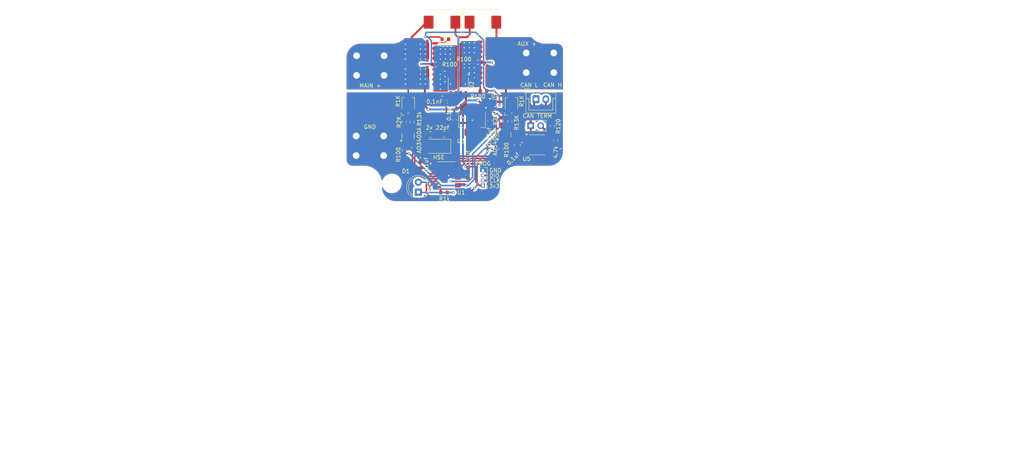
<source format=kicad_pcb>
(kicad_pcb (version 20241229) (generator "pcbnew") (generator_version "9.0")
  (title_block (date "2025-06-17") (rev "01"))
  (layers (0 "F.Cu" signal) (2 "B.Cu" signal) (13 "F.Paste" user) (15 "B.Paste" user) (5 "F.SilkS" user "F.Silkscreen") (7 "B.SilkS" user "B.Silkscreen") (1 "F.Mask" user) (3 "B.Mask" user) (25 "Edge.Cuts" user))
  (net 0 "")
  (net 1 "+5V")
  (net 2 "GND")
  (net 3 "RSS_OSC_IN")
  (net 4 "RSS_OSC_OUT")
  (net 5 "+3V3")
  (net 6 "12V_AUX")
  (net 7 "12V_MAIN")
  (net 8 "CAN_1_H")
  (net 9 "CAN_1_L")
  (net 10 "Net-(JP1-B)")
  (net 11 "Net-(Q1-G)")
  (net 12 "Net-(Q1-D)")
  (net 13 "Net-(Q2-G)")
  (net 14 "Net-(Q2-D)")
  (net 15 "IP-")
  (net 16 "Net-(Q3-PadG)")
  (net 17 "Net-(Q4-PadG)")
  (net 18 "Net-(Q5-PadG)")
  (net 19 "IP+")
  (net 20 "Net-(Q6-PadG)")
  (net 21 "Net-(U5-Rs)")
  (net 22 "MOS_TRIG")
  (net 23 "VDIV_EN")
  (net 24 "MAIN_VDIV_SENSE")
  (net 25 "Net-(R8-Pad2)")
  (net 26 "Net-(R11-Pad2)")
  (net 27 "AUX_VDIV_SENSE")
  (net 30 "SWCLK")
  (net 31 "SWDIO")
  (net 34 "LEDA")
  (net 36 "Net-(D1-KA)")
  (net 38 "CSENSE")
  (net 40 "CAN1_TX")
  (net 41 "CAN1_RX")
  (net 42 "Net-(U2-FILTER)")
  (net 43 "MOS_TRIG_SIG")
  (net 44 "LEDB")
  (footprint "Package_TO_SOT_SMD:SOT-23" (layer "F.Cu") (at 148.085 98.7275 90)
    (property "Reference" "Q2" (hide yes))
    (property "Value" "AO3400A")
  )
  (footprint "Capacitor_SMD:C_0603_1608Metric" (layer "F.Cu") (at 126.68 106.425 90)
    (property "Reference" "C9" (hide yes))
    (property "Value" "0.1uf")
  )
  (footprint "Diode_SMD:D_SMC" (layer "F.Cu") (at 142.54 70.11)
    (property "Reference" "D4" (hide yes))
    (property "Value" "3.0SMCJ20A-13")
  )
  (footprint "Resistor_SMD:R_0603_1608Metric" (layer "F.Cu") (at 149.41 95.31 -90)
    (property "Reference" "R11" (hide yes))
    (property "Value" "R13K")
  )
  (footprint "AAA_OFFICE_PC_CUSTOM_CRAP:SAMZO 8060500M4" (layer "F.Cu") (at 157.06 80.44 -90)
    (property "Reference" "TP3" (hide yes))
    (property "Value" "AUX +")
  )
  (footprint "Resistor_SMD:R_0603_1608Metric" (layer "F.Cu") (at 132.99 74.43)
    (property "Reference" "R4" (hide yes))
    (property "Value" "R100")
  )
  (footprint "Resistor_SMD:R_0603_1608Metric" (layer "F.Cu") (at 122.56 102.69 90)
    (property "Reference" "R7" (hide yes))
    (property "Value" "R100")
  )
  (footprint "Resistor_SMD:R_0603_1608Metric" (layer "F.Cu") (at 147.085 102.365 90)
    (property "Reference" "R10" (hide yes))
    (property "Value" "R100")
  )
  (footprint "Connector_PinHeader_1.27mm:PinHeader_1x04_P1.27mm_Vertical" (layer "F.Cu") (at 142.52 111.62 180)
    (property "Reference" "J3" (hide yes))
    (property "Value" "PROG")
  )
  (footprint "Package_SO:SOIC-8_3.9x4.9mm_P1.27mm" (layer "F.Cu") (at 136.292 86.114 -90)
    (property "Reference" "U2")
    (property "Value" "ACS724xLCTR-30AB" (hide yes))
  )
  (footprint "Potentiometer_SMD:Potentiometer_Bourns_TC33X_Vertical" (layer "F.Cu") (at 149.82 91.18 90)
    (property "Reference" "RV2" (hide yes))
    (property "Value" "R1K")
  )
  (footprint "Capacitor_SMD:C_0805_2012Metric" (layer "F.Cu") (at 151.3 101.28 90)
    (property "Reference" "C1" (hide yes))
    (property "Value" "0.1uf")
  )
  (footprint "Capacitor_SMD:C_0805_2012Metric" (layer "F.Cu") (at 132.735 98.640002)
    (property "Reference" "C5" (hide yes))
    (property "Value" "2x 22pf" (hide yes))
  )
  (footprint "AAA_OFFICE_PC_CUSTOM_CRAP:DMTH4008LPS-13(DI5060-8)" (layer "F.Cu") (at 128.89 84.014999 90)
    (property "Reference" "Q5" (hide yes))
    (property "Value" "DMTH4008LPS-13" (hide yes))
  )
  (footprint "Package_SO:SOIC-8_3.9x4.9mm_P1.27mm" (layer "F.Cu") (at 156.34 101.31)
    (property "Reference" "U5")
    (property "Value" "MCP2551-I-SN" (hide yes))
  )
  (footprint "Connector_JST:JST_XH_B2B-XH-A_1x02_P2.50mm_Vertical" (layer "F.Cu") (at 156.03 89.71)
    (property "Reference" "J23" (hide yes))
    (property "Value" "CAN 1" (hide yes))
  )
  (footprint "AAA_OFFICE_PC_CUSTOM_CRAP:DMTH4008LPS-13(DI5060-8)" (layer "F.Cu") (at 128.890002 77.395 90)
    (property "Reference" "Q6" (hide yes))
    (property "Value" "DMTH4008LPS-13" (hide yes))
  )
  (footprint "Capacitor_SMD:C_0603_1608Metric" (layer "F.Cu") (at 144.328 95.119 -90)
    (property "Reference" "C10" (hide yes))
    (property "Value" "0.33uf")
  )
  (footprint "AAA_OFFICE_PC_CUSTOM_CRAP:SAMZO 8060500M4" (layer "F.Cu") (at 113.91 81.14 90)
    (property "Reference" "TP1" (hide yes))
    (property "Value" "MAIN +")
  )
  (footprint "Resistor_SMD:R_0603_1608Metric" (layer "F.Cu") (at 161.04 100.175 90)
    (property "Reference" "R1" (hide yes))
    (property "Value" "4.7k")
  )
  (footprint "Resistor_SMD:R_0603_1608Metric" (layer "F.Cu") (at 132.635 113.42 180)
    (property "Reference" "R13" (hide yes))
    (property "Value" "R1k")
  )
  (footprint "AAA_OFFICE_PC_CUSTOM_CRAP:SAMZO 8060500M4" (layer "F.Cu") (at 113.81 101.54 -90)
    (property "Reference" "TP4" (hide yes))
    (property "Value" "GND")
  )
  (footprint "LED_THT:LED_D5.0mm" (layer "F.Cu") (at 126.13 113.34 90)
    (property "Reference" "D1")
    (property "Value" "LED_Dual_Bidirectional" (hide yes))
  )
  (footprint "Resistor_SMD:R_0603_1608Metric" (layer "F.Cu") (at 130.577502 80.88)
    (property "Reference" "R3" (hide yes))
    (property "Value" "R100")
  )
  (footprint "Capacitor_SMD:C_0805_2012Metric" (layer "F.Cu") (at 129.185001 98.640002 180)
    (property "Reference" "C6" (hide yes))
    (property "Value" "2x 22pf")
  )
  (footprint "Connector_PinHeader_2.54mm:PinHeader_1x02_P2.54mm_Vertical" (layer "F.Cu") (at 154.69 96.42 90)
    (property "Reference" "JP1" (hide yes))
    (property "Value" "CAN TERM")
  )
  (footprint "Resistor_SMD:R_0603_1608Metric" (layer "F.Cu") (at 124.56 95.515 90)
    (property "Reference" "R8" (hide yes))
    (property "Value" "R13k")
  )
  (footprint "Resistor_SMD:R_0603_1608Metric" (layer "F.Cu") (at 141.245003 80.310001 180)
    (property "Reference" "R5" (hide yes))
    (property "Value" "R100")
  )
  (footprint "Capacitor_SMD:C_0402_1005Metric" (layer "F.Cu") (at 133.42 90.32 180)
    (property "Reference" "C15" (hide yes))
    (property "Value" "0.1nF")
  )
  (footprint "Potentiometer_SMD:Potentiometer_Bourns_TC33X_Vertical" (layer "F.Cu") (at 123.56 91.14 90)
    (property "Reference" "RV1" (hide yes))
    (property "Value" "R1K")
  )
  (footprint "Diode_SMD:D_SMC" (layer "F.Cu") (at 132.13 70.12 180)
    (property "Reference" "D3" (hide yes))
    (property "Value" "3.0SMCJ20A-13" (hide yes))
  )
  (footprint "AAA_OFFICE_PC_CUSTOM_CRAP:DMTH4008LPS-13(DI5060-8)" (layer "F.Cu") (at 143.165 83.615001 -90)
    (property "Reference" "Q4" (hide yes))
    (property "Value" "DMTH4008LPS-13" (hide yes))
  )
  (footprint "Resistor_SMD:R_0603_1608Metric" (layer "F.Cu") (at 147.13 95.19 90)
    (property "Reference" "R12" (hide yes))
    (property "Value" "R2K")
  )
  (footprint "Capacitor_SMD:C_0603_1608Metric" (layer "F.Cu") (at 138.73 108.995 -90)
    (property "Reference" "C14" (hide yes))
    (property "Value" "0.1uf")
  )
  (footprint "Package_TO_SOT_SMD:SOT-23" (layer "F.Cu") (at 123.51 99.065 90)
    (property "Reference" "Q1" (hide yes))
    (property "Value" "AO3400A")
  )
  (footprint "Resistor_SMD:R_0603_1608Metric" (layer "F.Cu") (at 142.685 87.615 180)
    (property "Reference" "R6" (hide yes))
    (property "Value" "R100")
  )
  (footprint "Package_TO_SOT_SMD:SOT-223-3_TabPin2" (layer "F.Cu") (at 139.768 95.004 -90)
    (property "Reference" "U3")
    (property "Value" "UA78M33QDCYRQ1" (hide yes))
  )
  (footprint "AAA_OFFICE_PC_CUSTOM_CRAP:DMTH4008LPS-13(DI5060-8)" (layer "F.Cu") (at 143.165 76.995002 -90)
    (property "Reference" "Q3" (hide yes))
    (property "Value" "DMTH4008LPS-13" (hide yes))
  )
  (footprint "Resistor_SMD:R_0603_1608Metric" (layer "F.Cu") (at 160.27 96.555 90)
    (property "Reference" "R2" (hide yes))
    (property "Value" "R120")
  )
  (footprint "Package_TO_SOT_SMD:SOT-23-5" (layer "F.Cu") (at 145.65 91.3)
    (property "Reference" "U4")
    (property "Value" "UCC27517DBVR" (hide yes))
  )
  (footprint "Resistor_SMD:R_0603_1608Metric" (layer "F.Cu") (at 122.51 95.49 90)
    (property "Reference" "R9" (hide yes))
    (property "Value" "R2K")
  )
  (footprint "Crystal:Crystal_SMD_5032-2Pin_5.0x3.2mm" (layer "F.Cu") (at 131.335001 101.665002 180)
    (property "Reference" "Y2" (hide yes))
    (property "Value" "HSE")
  )
  (footprint "Capacitor_SMD:C_0603_1608Metric" (layer "F.Cu") (at 135.276 94.957 -90)
    (property "Reference" "C11" (hide yes))
    (property "Value" "0.1uf")
  )
  (footprint "Package_SO:TSSOP-20_4.4x6.5mm_P0.65mm" (layer "F.Cu") (at 133.3125 108.985)
    (property "Reference" "U1")
    (property "Value" "STM32F042F6Px" (hide yes))
  )
  (gr_arc (start 158.381569 75.111557) (mid 155.553142 73.939984) (end 154.381569 71.111557) (stroke (width 0.000003)) (layer "Edge.Cuts"))
  (gr_arc (start 161.381576 75.111557) (mid 162.795788 75.697343) (end 163.381574 77.111556) (stroke (width 0.000003)) (layer "Edge.Cuts"))
  (gr_line (start 107.381544 105.111575) (end 107.381544 79.111557) (stroke (width 0.000003)) (layer "Edge.Cuts"))
  (gr_arc (start 120.381552 116.111579) (mid 117.553122 114.940005) (end 116.381548 112.111575) (stroke (width 0.000003)) (layer "Edge.Cuts"))
  (gr_line (start 163.381574 103.11157) (end 163.381574 77.111556) (stroke (width 0.000003)) (layer "Edge.Cuts"))
  (gr_line (start 109.381543 107.111574) (end 112.381548 107.111574) (stroke (width 0.000003)) (layer "Edge.Cuts"))
  (gr_line (start 154.381569 71.111557) (end 154.381569 70.111552) (stroke (width 0.000003)) (layer "Edge.Cuts"))
  (gr_line (start 120.381552 116.111579) (end 143.381564 116.111579) (stroke (width 0.000003)) (layer "Edge.Cuts"))
  (gr_line (start 123.381552 71.111557) (end 123.381552 70.111552) (stroke (width 0.000003)) (layer "Edge.Cuts"))
  (gr_line (start 151.381565 107.111574) (end 159.38157 107.111574) (stroke (width 0.000003)) (layer "Edge.Cuts"))
  (gr_arc (start 123.381552 71.111557) (mid 122.209979 73.939984) (end 119.381552 75.111557) (stroke (width 0.000003)) (layer "Edge.Cuts"))
  (gr_line (start 127.381553 66.111552) (end 150.381569 66.111552) (stroke (width 0.000003)) (layer "Edge.Cuts"))
  (gr_arc (start 109.381543 107.111574) (mid 107.96733 106.525788) (end 107.381544 105.111575) (stroke (width 0.000003)) (layer "Edge.Cuts"))
  (gr_circle (center 119.38155 111.111576) (end 121.381551 111.111576) (stroke (width 0.000003)) (fill no) (layer "Edge.Cuts"))
  (gr_arc (start 163.381574 103.11157) (mid 162.21 105.94) (end 159.38157 107.111574) (stroke (width 0.000003)) (layer "Edge.Cuts"))
  (gr_line (start 147.381565 112.111579) (end 147.381565 111.111575) (stroke (width 0.000003)) (layer "Edge.Cuts"))
  (gr_arc (start 112.381548 107.111574) (mid 115.209975 108.283147) (end 116.381548 111.111574) (stroke (width 0.000003)) (layer "Edge.Cuts"))
  (gr_line (start 116.381548 112.111575) (end 116.381548 111.111574) (stroke (width 0.000003)) (layer "Edge.Cuts"))
  (gr_arc (start 147.381565 111.111575) (mid 148.553138 108.283147) (end 151.381565 107.111574) (stroke (width 0.000003)) (layer "Edge.Cuts"))
  (gr_arc (start 107.381544 79.111557) (mid 108.553117 76.28313) (end 111.381545 75.111557) (stroke (width 0.000003)) (layer "Edge.Cuts"))
  (gr_arc (start 147.381565 112.111579) (mid 146.209992 114.940006) (end 143.381564 116.111579) (stroke (width 0.000003)) (layer "Edge.Cuts"))
  (gr_arc (start 150.381569 66.111552) (mid 153.209996 67.283125) (end 154.381569 70.111552) (stroke (width 0.000003)) (layer "Edge.Cuts"))
  (gr_line (start 158.381569 75.111557) (end 161.381576 75.111557) (stroke (width 0.000003)) (layer "Edge.Cuts"))
  (gr_arc (start 123.381552 70.111552) (mid 124.553125 67.283125) (end 127.381553 66.111552) (stroke (width 0.000003)) (layer "Edge.Cuts"))
  (gr_line (start 111.381545 75.111557) (end 119.381552 75.111557) (stroke (width 0.000003)) (layer "Edge.Cuts"))
  (gr_circle (center 151.381567 71.111555) (end 153.381568 71.111555) (stroke (width 0.000003)) (fill no) (layer "Edge.Cuts"))
  (gr_text "CLK" (at 144.08 110.94 0) (layer "F.SilkS") (effects (font (size 1 1)) (justify left bottom)))
  (gr_text "DIO" (at 144.08 109.71 0) (layer "F.SilkS") (effects (font (size 1 1)) (justify left bottom)))
  (gr_text "GND" (at 144.11 108.37 0) (layer "F.SilkS") (effects (font (size 1 1)) (justify left bottom)))
  (gr_text "CAN L" (at 151.96 86.69 0) (layer "F.SilkS") (effects (font (size 1 1)) (justify left bottom)))
  (gr_text "3v3" (at 144 112.38 0) (layer "F.SilkS") (effects (font (size 1 1)) (justify left bottom)))
  (gr_text "CAN H" (at 157.779999 86.64 0) (layer "F.SilkS") (effects (font (size 1 1)) (justify left bottom)))
  (segment (start 153.865 101.945) (end 151.585 101.945) (width 0.375) (layer "F.Cu") (net 1))
  (segment (start 151.585 101.945) (end 151.3 102.23) (width 0.2) (layer "F.Cu") (net 1))
  (segment (start 131.785001 98.640002) (end 130.135 98.640002) (width 0.5) (layer "F.Cu") (net 2))
  (segment (start 139.185 73.215) (end 139.185 70.155) (width 0.5) (layer "F.Cu") (net 2))
  (segment (start 132.228 88.908) (end 132.228 89.608) (width 0.375) (layer "F.Cu") (net 2))
  (segment (start 135.56 70.15) (end 135.56 73.29) (width 0.5) (layer "F.Cu") (net 2))
  (segment (start 134.387 88.589) (end 134.068 88.908) (width 0.2) (layer "F.Cu") (net 2))
  (segment (start 134.38 109.13) (end 134.56 109.31) (width 0.375) (layer "F.Cu") (net 2))
  (segment (start 136.21 73.94) (end 138.46 73.94) (width 0.5) (layer "F.Cu") (net 2))
  (segment (start 153.865 100.675) (end 152.49 100.675) (width 0.5) (layer "F.Cu") (net 2))
  (segment (start 135.56 73.29) (end 136.21 73.94) (width 0.5) (layer "F.Cu") (net 2))
  (segment (start 135.53 70.12) (end 135.56 70.15) (width 0.5) (layer "F.Cu") (net 2))
  (segment (start 139.185 70.155) (end 139.14 70.11) (width 0.5) (layer "F.Cu") (net 2))
  (segment (start 161.04 101.08) (end 161.04 101) (width 0.5) (layer "F.Cu") (net 2))
  (segment (start 139.848 91.9015) (end 139.848 95.0265) (width 1) (layer "F.Cu") (net 2))
  (segment (start 132.228 89.608) (end 132.94 90.32) (width 0.375) (layer "F.Cu") (net 2))
  (segment (start 134.068 88.908) (end 132.228 88.908) (width 0.375) (layer "F.Cu") (net 2))
  (segment (start 145.66 91.56) (end 145.32 91.56) (width 0.375) (layer "F.Cu") (net 2))
  (segment (start 133.83 109.13) (end 134.38 109.13) (width 0.375) (layer "F.Cu") (net 2))
  (segment (start 135.56 70.09) (end 135.53 70.12) (width 0.2) (layer "F.Cu") (net 2))
  (segment (start 136.175 109.31) (end 138.27 109.31) (width 0.375) (layer "F.Cu") (net 2))
  (segment (start 162.25 102.29) (end 161.04 101.08) (width 0.5) (layer "F.Cu") (net 2))
  (segment (start 126.66 105.63) (end 126.68 105.65) (width 0.375) (layer "F.Cu") (net 2))
  (segment (start 131.785001 96.814999) (end 131.785001 98.640002) (width 0.5) (layer "F.Cu") (net 2))
  (segment (start 145.66 91.56) (end 145.66 91.9) (width 0.375) (layer "F.Cu") (net 2))
  (segment (start 145.66 91.9) (end 146.009999 92.249999) (width 0.375) (layer "F.Cu") (net 2))
  (segment (start 149.035 99.665) (end 150.635 99.665) (width 0.375) (layer "F.Cu") (net 2))
  (segment (start 135.635 69.54) (end 135.56 69.615) (width 0.2) (layer "F.Cu") (net 2))
  (segment (start 134.56 109.31) (end 136.175 109.31) (width 0.375) (layer "F.Cu") (net 2))
  (segment (start 145.32 91.56) (end 145.06 91.3) (width 0.375) (layer "F.Cu") (net 2))
  (segment (start 144.328 95.894) (end 140.7155 95.894) (width 0.5) (layer "F.Cu") (net 2))
  (segment (start 132.868 95.732) (end 131.785001 96.814999) (width 0.5) (layer "F.Cu") (net 2))
  (segment (start 135.276 95.732) (end 132.868 95.732) (width 0.5) (layer "F.Cu") (net 2))
  (segment (start 139.1425 95.732) (end 139.848 95.0265) (width 0.5) (layer "F.Cu") (net 2))
  (segment (start 152.49 100.675) (end 151.645 100.675) (width 0.5) (layer "F.Cu") (net 2))
  (segment (start 138.46 73.94) (end 139.185 73.215) (width 0.5) (layer "F.Cu") (net 2))
  (segment (start 140.7155 95.894) (end 139.848 95.0265) (width 0.5) (layer "F.Cu") (net 2))
  (segment (start 135.276 95.732) (end 139.1425 95.732) (width 0.5) (layer "F.Cu") (net 2))
  (segment (start 145.06 91.3) (end 144.5125 91.3) (width 0.375) (layer "F.Cu") (net 2))
  (segment (start 126.66 104.5375) (end 126.66 105.63) (width 0.375) (layer "F.Cu") (net 2))
  (segment (start 151.645 100.675) (end 151.3 100.33) (width 0.5) (layer "F.Cu") (net 2))
  (segment (start 135.56 69.615) (end 135.56 70.09) (width 0.2) (layer "F.Cu") (net 2))
  (segment (start 150.635 99.665) (end 151.3 100.33) (width 0.375) (layer "F.Cu") (net 2))
  (segment (start 139.848 95.0265) (end 139.848 98.2015) (width 1) (layer "F.Cu") (net 2))
  (segment (start 138.27 109.31) (end 138.73 109.77) (width 0.375) (layer "F.Cu") (net 2))
  (segment (start 146.009999 92.249999) (end 146.7875 92.249999) (width 0.375) (layer "F.Cu") (net 2))
  (segment (start 124.46 100.0025) (end 124.46 101.99) (width 0.375) (layer "F.Cu") (net 2))
  (via (at 139.848 95.0265) (size 0.6) (drill 0.3) (layers "F.Cu" "B.Cu") (net 2))
  (via (at 162.25 102.29) (size 0.6) (drill 0.3) (layers "F.Cu" "B.Cu") (net 2))
  (via (at 132.228 88.908) (size 0.6) (drill 0.3) (layers "F.Cu" "B.Cu") (net 2))
  (via (at 133.83 109.13) (size 0.6) (drill 0.3) (layers "F.Cu" "B.Cu") (net 2))
  (via (at 152.49 100.675) (size 0.6) (drill 0.3) (layers "F.Cu" "B.Cu") (net 2))
  (via (at 124.46 101.99) (size 0.6) (drill 0.3) (layers "F.Cu" "B.Cu") (net 2))
  (via (at 145.66 91.56) (size 0.6) (drill 0.3) (layers "F.Cu" "B.Cu") (net 2))
  (via (at 126.66 104.5375) (size 0.6) (drill 0.3) (layers "F.Cu" "B.Cu") (net 2))
  (via (at 136.21 73.94) (size 0.6) (drill 0.3) (layers "F.Cu" "B.Cu") (net 2))
  (segment (start 136.292 89.162) (end 136.3 89.154) (width 0.5) (layer "B.Cu") (net 2))
  (segment (start 136.3 89.154) (end 136.3 74.03) (width 0.5) (layer "B.Cu") (net 2))
  (segment (start 136.3 74.03) (end 136.21 73.94) (width 0.5) (layer "B.Cu") (net 2))
  (segment (start 129.13 106.71) (end 128.74 106.32) (width 0.375) (layer "F.Cu") (net 3))
  (segment (start 130.45 106.71) (end 129.13 106.71) (width 0.375) (layer "F.Cu") (net 3))
  (segment (start 133.26 101.74) (end 133.185002 101.665002) (width 0.5) (layer "F.Cu") (net 3))
  (segment (start 133.684999 101.165005) (end 133.185002 101.665002) (width 0.5) (layer "F.Cu") (net 3))
  (segment (start 133.684999 98.640002) (end 133.684999 101.165005) (width 0.5) (layer "F.Cu") (net 3))
  (segment (start 128.74 106.32) (end 128.74 106.110004) (width 0.375) (layer "F.Cu") (net 3))
  (segment (start 128.74 106.110004) (end 133.185002 101.665002) (width 0.375) (layer "F.Cu") (net 3))
  (segment (start 129.065 101.665002) (end 128.235002 100.835004) (width 0.5) (layer "F.Cu") (net 4))
  (segment (start 129.485 104.045) (end 128.039 105.491) (width 0.375) (layer "F.Cu") (net 4))
  (segment (start 128.039 106.610364) (end 128.788636 107.36) (width 0.375) (layer "F.Cu") (net 4))
  (segment (start 129.485 101.665002) (end 129.065 101.665002) (width 0.5) (layer "F.Cu") (net 4))
  (segment (start 128.788636 107.36) (end 130.45 107.36) (width 0.375) (layer "F.Cu") (net 4))
  (segment (start 129.485 101.665002) (end 129.485 104.045) (width 0.375) (layer "F.Cu") (net 4))
  (segment (start 128.039 105.491) (end 128.039 106.610364) (width 0.375) (layer "F.Cu") (net 4))
  (segment (start 128.235002 100.835004) (end 128.235002 98.640002) (width 0.5) (layer "F.Cu") (net 4))
  (segment (start 128.97 108.66) (end 127.51 107.2) (width 0.375) (layer "F.Cu") (net 5))
  (segment (start 138.74 107.44) (end 138.73 107.45) (width 0.375) (layer "F.Cu") (net 5))
  (segment (start 137.468 91.854) (end 135.826 91.854) (width 0.5) (layer "F.Cu") (net 5))
  (segment (start 127.51 107.2) (end 126.68 107.2) (width 0.375) (layer "F.Cu") (net 5))
  (segment (start 140.77 110.74) (end 141.66 111.63) (width 0.375) (layer "F.Cu") (net 5))
  (segment (start 138.15 106.85) (end 138.74 107.44) (width 0.375) (layer "F.Cu") (net 5))
  (segment (start 134.789 108.299) (end 132.101 108.299) (width 0.375) (layer "F.Cu") (net 5))
  (segment (start 138.29 108.66) (end 138.73 108.22) (width 0.375) (layer "F.Cu") (net 5))
  (segment (start 135.826 91.854) (end 135.276 92.404) (width 0.5) (layer "F.Cu") (net 5))
  (segment (start 138.197 88.589) (end 138.197 91.125) (width 0.5) (layer "F.Cu") (net 5))
  (segment (start 138.197 91.125) (end 137.468 91.854) (width 0.5) (layer "F.Cu") (net 5))
  (segment (start 132.101 108.299) (end 131.74 108.66) (width 0.375) (layer "F.Cu") (net 5))
  (segment (start 135.276 92.404) (end 135.276 94.182) (width 0.5) (layer "F.Cu") (net 5))
  (segment (start 135.15 108.66) (end 134.789 108.299) (width 0.375) (layer "F.Cu") (net 5))
  (segment (start 137.468 91.854) (end 137.468 94.342) (width 0.5) (layer "F.Cu") (net 5))
  (segment (start 138.15 106.85) (end 140.77 106.85) (width 0.375) (layer "F.Cu") (net 5))
  (segment (start 138.73 107.45) (end 138.73 108.22) (width 0.375) (layer "F.Cu") (net 5))
  (segment (start 136.175 108.66) (end 138.29 108.66) (width 0.375) (layer "F.Cu") (net 5))
  (segment (start 136.175 108.66) (end 135.15 108.66) (width 0.375) (layer "F.Cu") (net 5))
  (segment (start 142.51 111.63) (end 142.52 111.62) (width 0.5) (layer "F.Cu") (net 5))
  (segment (start 140.77 106.85) (end 140.77 110.74) (width 0.375) (layer "F.Cu") (net 5))
  (segment (start 131.74 108.66) (end 130.45 108.66) (width 0.375) (layer "F.Cu") (net 5))
  (segment (start 141.66 111.63) (end 142.51 111.63) (width 0.375) (layer "F.Cu") (net 5))
  (segment (start 130.45 108.66) (end 128.97 108.66) (width 0.375) (layer "F.Cu") (net 5))
  (via (at 137.468 94.342) (size 0.6) (drill 0.3) (layers "F.Cu" "B.Cu") (net 5))
  (via (at 138.15 106.85) (size 0.6) (drill 0.3) (layers "F.Cu" "B.Cu") (net 5))
  (segment (start 138.15 106.28) (end 138.15 106.85) (width 0.5) (layer "B.Cu") (net 5))
  (segment (start 137.468 105.598) (end 138.15 106.28) (width 0.5) (layer "B.Cu") (net 5))
  (segment (start 137.468 94.342) (end 137.468 105.598) (width 0.5) (layer "B.Cu") (net 5))
  (segment (start 145.985 70.155) (end 145.985 76.825002) (width 0.5) (layer "F.Cu") (net 6))
  (segment (start 149.82 89.49) (end 149.82 89.73) (width 1) (layer "F.Cu") (net 6))
  (segment (start 149.82 89.49) (end 148.41 88.08) (width 0.5) (layer "F.Cu") (net 6))
  (segment (start 148.41 88.08) (end 148.41 86.3) (width 0.5) (layer "F.Cu") (net 6))
  (segment (start 143.36 88.81) (end 149.14 88.81) (width 0.5) (layer "F.Cu") (net 6))
  (segment (start 143.390001 90.350001) (end 142.605 89.565) (width 0.5) (layer "F.Cu") (net 6))
  (segment (start 142.605 89.565) (end 143.36 88.81) (width 0.5) (layer "F.Cu") (net 6))
  (segment (start 145.985 76.825002) (end 146.165 77.005002) (width 1) (layer "F.Cu") (net 6))
  (segment (start 144.5125 90.350001) (end 143.390001 90.350001) (width 0.375) (layer "F.Cu") (net 6))
  (segment (start 145.94 70.11) (end 145.985 70.155) (width 0.5) (layer "F.Cu") (net 6))
  (segment (start 149.14 88.81) (end 149.82 89.49) (width 0.5) (layer "F.Cu") (net 6))
  (segment (start 128.23 70.62) (end 127.755 70.62) (width 0.5) (layer "F.Cu") (net 7))
  (segment (start 142.068 90.728) (end 141.37 90.03) (width 0.5) (layer "F.Cu") (net 7))
  (segment (start 127.78 91.42) (end 128.64 92.28) (width 0.5) (layer "F.Cu") (net 7))
  (segment (start 142.068 91.854) (end 142.068 90.728) (width 0.5) (layer "F.Cu") (net 7))
  (segment (start 127.78 85.984999) (end 127.78 91.42) (width 0.5) (layer "F.Cu") (net 7))
  (segment (start 142.434 94.344) (end 142.068 93.978) (width 0.375) (layer "F.Cu") (net 7))
  (segment (start 127.755 70.62) (end 124.46 73.915) (width 0.5) (layer "F.Cu") (net 7))
  (segment (start 123.56 86.585) (end 123.56 89.69) (width 0.375) (layer "F.Cu") (net 7))
  (segment (start 127.91 85.854999) (end 127.78 85.984999) (width 0.5) (layer "F.Cu") (net 7))
  (segment (start 128.73 70.12) (end 128.23 70.62) (width 0.5) (layer "F.Cu") (net 7))
  (segment (start 124.46 73.915) (end 124.46 76.19) (width 0.5) (layer "F.Cu") (net 7))
  (segment (start 141.34 90) (end 141.29 90) (width 0.375) (layer "F.Cu") (net 7))
  (segment (start 122.83 85.855) (end 123.56 86.585) (width 0.375) (layer "F.Cu") (net 7))
  (segment (start 141.37 90.03) (end 141.34 90) (width 0.375) (layer "F.Cu") (net 7))
  (segment (start 144.328 94.344) (end 142.434 94.344) (width 0.375) (layer "F.Cu") (net 7))
  (segment (start 142.068 93.978) (end 142.068 91.854) (width 0.375) (layer "F.Cu") (net 7))
  (via (at 126.64 78.235) (size 0.6) (drill 0.3) (layers "F.Cu" "B.Cu") (net 7))
  (via (at 127.91 83.315) (size 0.6) (drill 0.3) (layers "F.Cu" "B.Cu") (net 7))
  (via (at 122.83 83.315) (size 0.6) (drill 0.3) (layers "F.Cu" "B.Cu") (net 7))
  (via (at 122.83 82.045) (size 0.6) (drill 0.3) (layers "F.Cu" "B.Cu") (net 7))
  (via (at 126.64 79.505) (size 0.6) (drill 0.3) (layers "F.Cu" "B.Cu") (net 7))
  (via (at 122.83 79.505) (size 0.6) (drill 0.3) (layers "F.Cu" "B.Cu") (net 7))
  (via (at 127.909999 75.695) (size 0.6) (drill 0.3) (layers "F.Cu" "B.Cu") (net 7))
  (via (at 127.91 79.505) (size 0.6) (drill 0.3) (layers "F.Cu" "B.Cu") (net 7))
  (via (at 122.83 76.965001) (size 0.6) (drill 0.3) (layers "F.Cu" "B.Cu") (net 7))
  (via (at 122.83 78.235) (size 0.6) (drill 0.3) (layers "F.Cu" "B.Cu") (net 7))
  (via (at 141.29 90) (size 0.8) (drill 0.5) (layers "F.Cu" "B.Cu") (net 7))
  (via (at 127.91 85.854999) (size 0.6) (drill 0.3) (layers "F.Cu" "B.Cu") (net 7))
  (via (at 127.91 76.965) (size 0.6) (drill 0.3) (layers "F.Cu" "B.Cu") (net 7))
  (via (at 127.91 82.045001) (size 0.6) (drill 0.3) (layers "F.Cu" "B.Cu") (net 7))
  (via (at 126.64 85.855) (size 0.6) (drill 0.3) (layers "F.Cu" "B.Cu") (net 7))
  (via (at 122.83 75.695) (size 0.6) (drill 0.3) (layers "F.Cu" "B.Cu") (net 7))
  (via (at 122.83 85.855) (size 0.6) (drill 0.3) (layers "F.Cu" "B.Cu") (net 7))
  (via (at 126.64 83.315) (size 0.6) (drill 0.3) (layers "F.Cu" "B.Cu") (net 7))
  (via (at 126.64 82.045) (size 0.6) (drill 0.3) (layers "F.Cu" "B.Cu") (net 7))
  (via (at 126.64 75.695) (size 0.6) (drill 0.3) (layers "F.Cu" "B.Cu") (net 7))
  (via (at 127.91 84.585) (size 0.6) (drill 0.3) (layers "F.Cu" "B.Cu") (net 7))
  (via (at 122.83 84.585) (size 0.6) (drill 0.3) (layers "F.Cu" "B.Cu") (net 7))
  (via (at 126.64 84.585) (size 0.6) (drill 0.3) (layers "F.Cu" "B.Cu") (net 7))
  (via (at 126.64 76.965) (size 0.6) (drill 0.3) (layers "F.Cu" "B.Cu") (net 7))
  (via (at 128.64 92.28) (size 0.8) (drill 0.5) (layers "F.Cu" "B.Cu") (net 7))
  (via (at 127.91 78.235) (size 0.6) (drill 0.3) (layers "F.Cu" "B.Cu") (net 7))
  (segment (start 141.29 90) (end 138.35 90) (width 0.5) (layer "B.Cu") (net 7))
  (segment (start 138.35 90) (end 136.06 92.29) (width 0.5) (layer "B.Cu") (net 7))
  (segment (start 136.06 92.29) (end 129.08 92.29) (width 0.5) (layer "B.Cu") (net 7))
  (segment (start 129.07 92.28) (end 128.64 92.28) (width 0.5) (layer "B.Cu") (net 7))
  (segment (start 129.08 92.29) (end 129.07 92.28) (width 0.375) (layer "B.Cu") (net 7))
  (segment (start 158.53 89.71) (end 158.53 91.59) (width 0.5) (layer "F.Cu") (net 8))
  (segment (start 161.3 97.9) (end 160.91 98.29) (width 0.5) (layer "F.Cu") (net 8))
  (segment (start 160.91 98.29) (end 157.33 98.29) (width 0.5) (layer "F.Cu") (net 8))
  (segment (start 158.53 91.59) (end 160.29 93.35) (width 0.5) (layer "F.Cu") (net 8))
  (segment (start 157.33 98.29) (end 157.33 100.164999) (width 0.5) (layer "F.Cu") (net 8))
  (segment (start 161.3 96.22) (end 161.3 97.9) (width 0.5) (layer "F.Cu") (net 8))
  (segment (start 160.29 93.35) (end 160.27 93.37) (width 0.5) (layer "F.Cu") (net 8))
  (segment (start 160.27 93.37) (end 160.27 95.73) (width 0.5) (layer "F.Cu") (net 8))
  (segment (start 160.81 95.73) (end 161.3 96.22) (width 0.5) (layer "F.Cu") (net 8))
  (segment (start 157.33 100.164999) (end 157.840001 100.675) (width 0.5) (layer "F.Cu") (net 8))
  (segment (start 160.27 95.73) (end 160.81 95.73) (width 0.5) (layer "F.Cu") (net 8))
  (segment (start 157.840001 100.675) (end 158.815 100.675) (width 0.5) (layer "F.Cu") (net 8))
  (segment (start 155.57 90.17) (end 155.57 91.46) (width 0.5) (layer "F.Cu") (net 9))
  (segment (start 154.69 97.73) (end 156.629 99.669) (width 0.5) (layer "F.Cu") (net 9))
  (segment (start 156.629 100.979) (end 157.595 101.945) (width 0.5) (layer "F.Cu") (net 9))
  (segment (start 154.69 96.42) (end 154.69 97.73) (width 0.5) (layer "F.Cu") (net 9))
  (segment (start 156.629 99.669) (end 156.629 100.979) (width 0.5) (layer "F.Cu") (net 9))
  (segment (start 154.69 92.34) (end 154.69 96.42) (width 0.5) (layer "F.Cu") (net 9))
  (segment (start 155.57 91.46) (end 154.69 92.34) (width 0.5) (layer "F.Cu") (net 9))
  (segment (start 156.03 89.71) (end 155.57 90.17) (width 0.5) (layer "F.Cu") (net 9))
  (segment (start 157.595 101.945) (end 158.815 101.945) (width 0.5) (layer "F.Cu") (net 9))
  (segment (start 158.19 97.38) (end 160.27 97.38) (width 0.5) (layer "F.Cu") (net 10))
  (segment (start 157.23 96.42) (end 158.19 97.38) (width 0.5) (layer "F.Cu") (net 10))
  (segment (start 122.56 101.865) (end 122.56 100.0025) (width 0.375) (layer "F.Cu") (net 11))
  (segment (start 123.51 98.127499) (end 123.51 97.315) (width 0.375) (layer "F.Cu") (net 12))
  (segment (start 123.51 97.315) (end 122.51 96.315) (width 0.375) (layer "F.Cu") (net 12))
  (segment (start 147.135 101.49) (end 147.085 101.54) (width 0.5) (layer "F.Cu") (net 13))
  (segment (start 147.135 99.665) (end 147.135 101.49) (width 0.375) (layer "F.Cu") (net 13))
  (segment (start 147.26 96.964999) (end 148.085 97.789999) (width 0.5) (layer "F.Cu") (net 14))
  (segment (start 147.26 96.145) (end 147.26 96.964999) (width 0.5) (layer "F.Cu") (net 14))
  (segment (start 147.13 96.015) (end 147.26 96.145) (width 0.5) (layer "F.Cu") (net 14))
  (via (at 139.080002 75.345001) (size 0.6) (drill 0.3) (layers "F.Cu" "B.Cu") (net 15))
  (via (at 139.080003 80.78) (size 0.6) (drill 0.3) (layers "F.Cu" "B.Cu") (net 15))
  (via (at 140.350003 76.615002) (size 0.6) (drill 0.3) (layers "F.Cu" "B.Cu") (net 15))
  (via (at 137.810004 77.885002) (size 0.6) (drill 0.3) (layers "F.Cu" "B.Cu") (net 15))
  (via (at 140.350003 77.885002) (size 0.6) (drill 0.3) (layers "F.Cu" "B.Cu") (net 15))
  (via (at 137.810002 76.615001) (size 0.6) (drill 0.3) (layers "F.Cu" "B.Cu") (net 15))
  (via (at 137.810004 80.78) (size 0.6) (drill 0.3) (layers "F.Cu" "B.Cu") (net 15))
  (via (at 140.350003 81.695002) (size 0.6) (drill 0.3) (layers "F.Cu" "B.Cu") (net 15))
  (via (at 138.07 85.86) (size 0.6) (drill 0.3) (layers "F.Cu" "B.Cu") (net 15))
  (via (at 140.350003 75.345002) (size 0.6) (drill 0.3) (layers "F.Cu" "B.Cu") (net 15))
  (via (at 139.080004 76.615002) (size 0.6) (drill 0.3) (layers "F.Cu" "B.Cu") (net 15))
  (via (at 139.080003 77.885002) (size 0.6) (drill 0.3) (layers "F.Cu" "B.Cu") (net 15))
  (via (at 139.080002 81.695001) (size 0.6) (drill 0.3) (layers "F.Cu" "B.Cu") (net 15))
  (via (at 140.350003 82.965002) (size 0.6) (drill 0.3) (layers "F.Cu" "B.Cu") (net 15))
  (via (at 137.810003 75.345001) (size 0.6) (drill 0.3) (layers "F.Cu" "B.Cu") (net 15))
  (via (at 137.810004 81.695002) (size 0.6) (drill 0.3) (layers "F.Cu" "B.Cu") (net 15))
  (via (at 140.350003 84.235001) (size 0.6) (drill 0.3) (layers "F.Cu" "B.Cu") (net 15))
  (via (at 139.080004 82.965002) (size 0.6) (drill 0.3) (layers "F.Cu" "B.Cu") (net 15))
  (segment (start 140.420003 79.570002) (end 140.420003 80.310002) (width 0.375) (layer "F.Cu") (net 16))
  (segment (start 141.090003 78.900002) (end 140.420003 79.570002) (width 0.375) (layer "F.Cu") (net 16))
  (segment (start 141.719999 78.900002) (end 141.090003 78.900002) (width 0.375) (layer "F.Cu") (net 16))
  (segment (start 141.720002 85.850004) (end 141.86 85.990002) (width 0.375) (layer "F.Cu") (net 17))
  (segment (start 141.86 85.990002) (end 141.86 87.615) (width 0.375) (layer "F.Cu") (net 17))
  (segment (start 141.72 85.520001) (end 141.720002 85.850004) (width 0.375) (layer "F.Cu") (net 17))
  (segment (start 130.335 82.109999) (end 131.145001 82.109999) (width 0.375) (layer "F.Cu") (net 18))
  (segment (start 131.145001 82.109999) (end 131.402502 81.852498) (width 0.375) (layer "F.Cu") (net 18))
  (segment (start 131.402502 81.852498) (end 131.402502 80.88) (width 0.375) (layer "F.Cu") (net 18))
  (segment (start 131.96 87.37) (end 131.72 87.13) (width 0.5) (layer "F.Cu") (net 19))
  (via (at 131.72 78.235) (size 0.6) (drill 0.3) (layers "F.Cu" "B.Cu") (net 19))
  (via (at 131.72 83.315) (size 0.6) (drill 0.3) (layers "F.Cu" "B.Cu") (net 19))
  (via (at 131.72 85.855) (size 0.6) (drill 0.3) (layers "F.Cu" "B.Cu") (net 19))
  (via (at 132.99 79.505) (size 0.6) (drill 0.3) (layers "F.Cu" "B.Cu") (net 19))
  (via (at 134.26 85.86) (size 0.6) (drill 0.3) (layers "F.Cu" "B.Cu") (net 19))
  (via (at 132.86 85.24) (size 0.6) (drill 0.3) (layers "F.Cu" "B.Cu") (net 19))
  (via (at 132.87 83.97) (size 0.6) (drill 0.3) (layers "F.Cu" "B.Cu") (net 19))
  (via (at 132.99 76.965001) (size 0.6) (drill 0.3) (layers "F.Cu" "B.Cu") (net 19))
  (via (at 132.99 78.235) (size 0.6) (drill 0.3) (layers "F.Cu" "B.Cu") (net 19))
  (via (at 131.72 87.13) (size 0.6) (drill 0.3) (layers "F.Cu" "B.Cu") (net 19))
  (via (at 131.72 79.505) (size 0.6) (drill 0.3) (layers "F.Cu" "B.Cu") (net 19))
  (via (at 134.26 78.235) (size 0.6) (drill 0.3) (layers "F.Cu" "B.Cu") (net 19))
  (via (at 134.26 76.965) (size 0.6) (drill 0.3) (layers "F.Cu" "B.Cu") (net 19))
  (via (at 131.72 84.585) (size 0.6) (drill 0.3) (layers "F.Cu" "B.Cu") (net 19))
  (via (at 132.82 82.57) (size 0.6) (drill 0.3) (layers "F.Cu" "B.Cu") (net 19))
  (via (at 134.26 79.505) (size 0.6) (drill 0.3) (layers "F.Cu" "B.Cu") (net 19))
  (via (at 131.72 76.965) (size 0.6) (drill 0.3) (layers "F.Cu" "B.Cu") (net 19))
  (segment (start 130.335002 75.49) (end 131.015 75.49) (width 0.2) (layer "F.Cu") (net 20))
  (segment (start 131.227502 75.277498) (end 132.967502 75.277498) (width 0.2) (layer "F.Cu") (net 20))
  (segment (start 131.015 75.49) (end 131.227502 75.277498) (width 0.2) (layer "F.Cu") (net 20))
  (segment (start 132.967502 75.277498) (end 133.815 74.43) (width 0.2) (layer "F.Cu") (net 20))
  (segment (start 160.985 99.405) (end 161.04 99.35) (width 0.5) (layer "F.Cu") (net 21))
  (segment (start 158.815 99.405) (end 160.985 99.405) (width 0.5) (layer "F.Cu") (net 21))
  (segment (start 146.75 91.31) (end 146.75 90.387501) (width 0.375) (layer "F.Cu") (net 22))
  (segment (start 143.61 87.515) (end 143.51 87.615) (width 0.2) (layer "F.Cu") (net 22))
  (segment (start 129.183999 80.888999) (end 129.01 80.715) (width 0.375) (layer "F.Cu") (net 22))
  (segment (start 126.89 80.715001) (end 126.85 80.715) (width 0.2) (layer "F.Cu") (net 22))
  (segment (start 144.680003 80.310002) (end 144.795002 80.425001) (width 0.2) (layer "F.Cu") (net 22))
  (segment (start 129.752502 80.88) (end 129.743503 80.888999) (width 0.2) (layer "F.Cu") (net 22))
  (segment (start 129.01 80.715) (end 126.89 80.715001) (width 0.375) (layer "F.Cu") (net 22))
  (segment (start 131.615 73.88) (end 132.165 74.43) (width 0.2) (layer "F.Cu") (net 22))
  (segment (start 129.743503 80.888999) (end 129.183999 80.888999) (width 0.375) (layer "F.Cu") (net 22))
  (segment (start 146.75 90.387501) (end 146.7875 90.350001) (width 0.375) (layer "F.Cu") (net 22))
  (segment (start 145.36 87.515) (end 143.61 87.515) (width 0.375) (layer "F.Cu") (net 22))
  (segment (start 142.070004 80.310002) (end 144.680003 80.310002) (width 0.375) (layer "F.Cu") (net 22))
  (segment (start 127.96 73.88) (end 131.615 73.88) (width 0.375) (layer "F.Cu") (net 22))
  (via (at 144.795002 80.425001) (size 0.6) (drill 0.3) (layers "F.Cu" "B.Cu") (net 22))
  (via (at 126.89 80.715001) (size 0.6) (drill 0.3) (layers "F.Cu" "B.Cu") (net 22))
  (via (at 145.36 87.515) (size 0.6) (drill 0.3) (layers "F.Cu" "B.Cu") (net 22))
  (via (at 127.96 73.88) (size 0.6) (drill 0.3) (layers "F.Cu" "B.Cu") (net 22))
  (via (at 146.75 91.31) (size 0.6) (drill 0.3) (layers "F.Cu" "B.Cu") (net 22))
  (segment (start 142.720003 86.625003) (end 142.720003 81.050002) (width 0.375) (layer "B.Cu") (net 22))
  (segment (start 128.495 73.865001) (end 129.444999 74.815) (width 0.375) (layer "B.Cu") (net 22))
  (segment (start 146.75 91.31) (end 146.75 88.905) (width 0.375) (layer "B.Cu") (net 22))
  (segment (start 127.96 73.88) (end 127.974999 73.865001) (width 0.2) (layer "B.Cu") (net 22))
  (segment (start 129.444999 74.815) (end 129.445 80.499943) (width 0.375) (layer "B.Cu") (net 22))
  (segment (start 140.71 72.69) (end 142.720003 74.700003) (width 0.375) (layer "B.Cu") (net 22))
  (segment (start 129.445 80.499943) (end 129.229943 80.715) (width 0.375) (layer "B.Cu") (net 22))
  (segment (start 142.720003 81.050002) (end 143.420002 80.350001) (width 0.375) (layer "B.Cu") (net 22))
  (segment (start 146.75 88.905) (end 145.36 87.515) (width 0.375) (layer "B.Cu") (net 22))
  (segment (start 127.974999 73.865001) (end 128.495 73.865001) (width 0.375) (layer "B.Cu") (net 22))
  (segment (start 143.420002 80.350001) (end 144.720002 80.350001) (width 0.375) (layer "B.Cu") (net 22))
  (segment (start 143.61 87.515) (end 142.720003 86.625003) (width 0.375) (layer "B.Cu") (net 22))
  (segment (start 129.229943 80.715) (end 126.89 80.715001) (width 0.375) (layer "B.Cu") (net 22))
  (segment (start 127.96 72.94) (end 128.21 72.69) (width 0.375) (layer "B.Cu") (net 22))
  (segment (start 144.720002 80.350001) (end 144.795002 80.425001) (width 0.2) (layer "B.Cu") (net 22))
  (segment (start 142.720003 74.700003) (end 142.720003 81.050002) (width 0.375) (layer "B.Cu") (net 22))
  (segment (start 145.36 87.515) (end 143.61 87.515) (width 0.375) (layer "B.Cu") (net 22))
  (segment (start 127.96 73.88) (end 127.96 72.94) (width 0.375) (layer "B.Cu") (net 22))
  (segment (start 128.21 72.69) (end 140.71 72.69) (width 0.375) (layer "B.Cu") (net 22))
  (segment (start 147.085 103.19) (end 145.64 103.19) (width 0.375) (layer "F.Cu") (net 23))
  (segment (start 123.735 103.515) (end 123.76 103.49) (width 0.2) (layer "F.Cu") (net 23))
  (segment (start 145.64 103.19) (end 144.67 102.22) (width 0.375) (layer "F.Cu") (net 23))
  (segment (start 122.56 103.515) (end 123.735 103.515) (width 0.375) (layer "F.Cu") (net 23))
  (segment (start 137.85 111.26) (end 138.23 111.64) (width 0.375) (layer "F.Cu") (net 23))
  (segment (start 138.23 111.64) (end 138.24 111.64) (width 0.2) (layer "F.Cu") (net 23))
  (segment (start 136.175 111.26) (end 137.85 111.26) (width 0.375) (layer "F.Cu") (net 23))
  (via (at 144.67 102.22) (size 0.6) (drill 0.3) (layers "F.Cu" "B.Cu") (net 23))
  (via (at 138.24 111.64) (size 0.6) (drill 0.3) (layers "F.Cu" "B.Cu") (net 23))
  (via (at 123.76 103.49) (size 0.6) (drill 0.3) (layers "F.Cu" "B.Cu") (net 23))
  (segment (start 131.91 111.64) (end 123.76 103.49) (width 0.375) (layer "B.Cu") (net 23))
  (segment (start 138.24 111.64) (end 131.91 111.64) (width 0.375) (layer "B.Cu") (net 23))
  (segment (start 140.486 109.798587) (end 140.486 104.714) (width 0.375) (layer "B.Cu") (net 23))
  (segment (start 144.67 102.22) (end 144.65 102.2) (width 0.2) (layer "B.Cu") (net 23))
  (segment (start 140.33 109.954588) (end 140.486 109.798587) (width 0.375) (layer "B.Cu") (net 23))
  (segment (start 138.25 111.63) (end 138.84 111.63) (width 0.375) (layer "B.Cu") (net 23))
  (segment (start 138.84 111.63) (end 140.33 110.14) (width 0.375) (layer "B.Cu") (net 23))
  (segment (start 138.24 111.64) (end 138.25 111.63) (width 0.375) (layer "B.Cu") (net 23))
  (segment (start 140.33 110.14) (end 140.33 109.954588) (width 0.375) (layer "B.Cu") (net 23))
  (segment (start 143 102.2) (end 144.65 102.2) (width 0.375) (layer "B.Cu") (net 23))
  (segment (start 140.486 104.714) (end 143 102.2) (width 0.375) (layer "B.Cu") (net 23))
  (segment (start 124.644 108.916) (end 127.251412 108.916) (width 0.375) (layer "F.Cu") (net 24))
  (segment (start 125.58 102.69) (end 124.644 103.626) (width 0.375) (layer "F.Cu") (net 24))
  (segment (start 128.221413 109.886) (end 129.594886 109.886) (width 0.375) (layer "F.Cu") (net 24))
  (segment (start 124.644 103.626) (end 124.644 108.916) (width 0.375) (layer "F.Cu") (net 24))
  (segment (start 122.885 94.665) (end 124.56 96.34) (width 0.375) (layer "F.Cu") (net 24))
  (segment (start 122.51 94.665) (end 122.885 94.665) (width 0.375) (layer "F.Cu") (net 24))
  (segment (start 129.594886 109.886) (end 129.607386 109.8985) (width 0.375) (layer "F.Cu") (net 24))
  (segment (start 127.251412 108.916) (end 128.221413 109.886) (width 0.375) (layer "F.Cu") (net 24))
  (segment (start 124.56 96.34) (end 125.58 96.34) (width 0.375) (layer "F.Cu") (net 24))
  (segment (start 125.58 96.34) (end 125.58 102.69) (width 0.375) (layer "F.Cu") (net 24))
  (segment (start 129.607386 109.8985) (end 130.3885 109.8985) (width 0.375) (layer "F.Cu") (net 24))
  (segment (start 130.3885 109.8985) (end 130.45 109.96) (width 0.375) (layer "F.Cu") (net 24))
  (segment (start 124.56 92.94) (end 124.56 94.69) (width 0.375) (layer "F.Cu") (net 25))
  (segment (start 150.415 96.135) (end 151.02 95.53) (width 0.5) (layer "F.Cu") (net 26))
  (segment (start 151.02 93.53) (end 150.82 93.33) (width 0.5) (layer "F.Cu") (net 26))
  (segment (start 151.02 95.53) (end 151.02 93.53) (width 0.5) (layer "F.Cu") (net 26))
  (segment (start 149.41 96.135) (end 150.415 96.135) (width 0.5) (layer "F.Cu") (net 26))
  (segment (start 150.82 93.33) (end 150.82 92.98) (width 0.5) (layer "F.Cu") (net 26))
  (segment (start 128.18 111.44) (end 129.01 110.61) (width 0.375) (layer "F.Cu") (net 27))
  (segment (start 145.97 95.42) (end 146.65 94.74) (width 0.5) (layer "F.Cu") (net 27))
  (segment (start 149.41 94.69) (end 149.41 94.485) (width 0.5) (layer "F.Cu") (net 27))
  (segment (start 147.13 94.365) (end 147.505 94.74) (width 0.5) (layer "F.Cu") (net 27))
  (segment (start 128.18 113.53) (end 128.18 111.44) (width 0.375) (layer "F.Cu") (net 27))
  (segment (start 146.65 94.74) (end 146.755 94.74) (width 0.5) (layer "F.Cu") (net 27))
  (segment (start 147.505 94.74) (end 149.36 94.74) (width 0.5) (layer "F.Cu") (net 27))
  (segment (start 143.7 101.72) (end 145.97 99.45) (width 0.375) (layer "F.Cu") (net 27))
  (segment (start 129.24 114.59) (end 128.18 113.53) (width 0.375) (layer "F.Cu") (net 27))
  (segment (start 149.36 94.74) (end 149.41 94.69) (width 0.5) (layer "F.Cu") (net 27))
  (segment (start 145.97 99.45) (end 145.97 95.42) (width 0.375) (layer "F.Cu") (net 27))
  (segment (start 143.7 102.8875) (end 143.7 101.72) (width 0.375) (layer "F.Cu") (net 27))
  (segment (start 140.36 112.34) (end 138.11 114.59) (width 0.375) (layer "F.Cu") (net 27))
  (segment (start 146.755 94.74) (end 147.13 94.365) (width 0.5) (layer "F.Cu") (net 27))
  (segment (start 138.11 114.59) (end 129.24 114.59) (width 0.375) (layer "F.Cu") (net 27))
  (segment (start 129.01 110.61) (end 130.45 110.61) (width 0.375) (layer "F.Cu") (net 27))
  (via (at 140.36 112.34) (size 0.6) (drill 0.3) (layers "F.Cu" "B.Cu") (net 27))
  (via (at 143.7 102.8875) (size 0.6) (drill 0.3) (layers "F.Cu" "B.Cu") (net 27))
  (segment (start 143.7 103.24) (end 141.08 105.86) (width 0.375) (layer "B.Cu") (net 27))
  (segment (start 141.08 105.86) (end 141.08 111.62) (width 0.375) (layer "B.Cu") (net 27))
  (segment (start 143.7 102.8875) (end 143.7 103.24) (width 0.375) (layer "B.Cu") (net 27))
  (segment (start 141.08 111.62) (end 140.36 112.34) (width 0.375) (layer "B.Cu") (net 27))
  (segment (start 146.68 109.23) (end 145.55 110.36) (width 0.375) (layer "F.Cu") (net 30))
  (segment (start 136.175 106.06) (end 136.825 105.41) (width 0.375) (layer "F.Cu") (net 30))
  (segment (start 146.68 106.25) (end 146.68 109.23) (width 0.375) (layer "F.Cu") (net 30))
  (segment (start 143.21 110.36) (end 143.2 110.35) (width 0.375) (layer "F.Cu") (net 30))
  (segment (start 145.55 110.36) (end 143.21 110.36) (width 0.375) (layer "F.Cu") (net 30))
  (segment (start 136.825 105.41) (end 145.84 105.41) (width 0.375) (layer "F.Cu") (net 30))
  (segment (start 143.2 110.35) (end 142.52 110.35) (width 0.375) (layer "F.Cu") (net 30))
  (segment (start 145.84 105.41) (end 146.68 106.25) (width 0.375) (layer "F.Cu") (net 30))
  (segment (start 136.175 106.71) (end 137.21 106.71) (width 0.375) (layer "F.Cu") (net 31))
  (segment (start 143.2 109.08) (end 142.52 109.08) (width 0.375) (layer "F.Cu") (net 31))
  (segment (start 143.21 109.09) (end 143.2 109.08) (width 0.375) (layer "F.Cu") (net 31))
  (segment (start 145.87 108.63) (end 145.41 109.09) (width 0.375) (layer "F.Cu") (net 31))
  (segment (start 137.8 106.12) (end 145.52 106.12) (width 0.375) (layer "F.Cu") (net 31))
  (segment (start 145.87 106.47) (end 145.87 108.63) (width 0.375) (layer "F.Cu") (net 31))
  (segment (start 145.52 106.12) (end 145.87 106.47) (width 0.375) (layer "F.Cu") (net 31))
  (segment (start 145.41 109.09) (end 143.21 109.09) (width 0.375) (layer "F.Cu") (net 31))
  (segment (start 137.21 106.71) (end 137.8 106.12) (width 0.375) (layer "F.Cu") (net 31))
  (segment (start 129.668886 111.26) (end 129.05 111.878886) (width 0.375) (layer "F.Cu") (net 34))
  (segment (start 130.45 111.26) (end 129.668886 111.26) (width 0.375) (layer "F.Cu") (net 34))
  (segment (start 129.05 111.878886) (end 129.05 112.69) (width 0.375) (layer "F.Cu") (net 34))
  (via (at 129.05 112.69) (size 0.6) (drill 0.3) (layers "F.Cu" "B.Cu") (net 34))
  (segment (start 126.14 110.79) (end 128 110.79) (width 0.375) (layer "B.Cu") (net 34))
  (segment (start 129.05 111.84) (end 129.05 112.69) (width 0.375) (layer "B.Cu") (net 34))
  (segment (start 126.13 110.8) (end 126.14 110.79) (width 0.375) (layer "B.Cu") (net 34))
  (segment (start 128 110.79) (end 129.05 111.84) (width 0.375) (layer "B.Cu") (net 34))
  (segment (start 133.46 113.42) (end 135.06 113.42) (width 0.375) (layer "F.Cu") (net 36))
  (via (at 135.06 113.42) (size 0.6) (drill 0.3) (layers "F.Cu" "B.Cu") (net 36))
  (segment (start 126.44 113.34) (end 126.52 113.42) (width 0.375) (layer "B.Cu") (net 36))
  (segment (start 126.13 113.34) (end 126.44 113.34) (width 0.375) (layer "B.Cu") (net 36))
  (segment (start 126.52 113.42) (end 135.06 113.42) (width 0.375) (layer "B.Cu") (net 36))
  (segment (start 132.29 95.07) (end 129.14 95.07) (width 0.375) (layer "F.Cu") (net 38))
  (segment (start 126.88 102.45) (end 125.22 104.11) (width 0.375) (layer "F.Cu") (net 38))
  (segment (start 136.927 89.563999) (end 135.296999 91.194) (width 0.375) (layer "F.Cu") (net 38))
  (segment (start 135.296999 91.194) (end 133.752 91.194) (width 0.375) (layer "F.Cu") (net 38))
  (segment (start 129.14 95.07) (end 126.88 97.33) (width 0.375) (layer "F.Cu") (net 38))
  (segment (start 126.88 97.33) (end 126.88 102.45) (width 0.375) (layer "F.Cu") (net 38))
  (segment (start 127.49 108.34) (end 128.46 109.31) (width 0.375) (layer "F.Cu") (net 38))
  (segment (start 136.927 88.589) (end 136.927 89.563999) (width 0.5) (layer "F.Cu") (net 38))
  (segment (start 133.244 94.116) (end 132.29 95.07) (width 0.375) (layer "F.Cu") (net 38))
  (segment (start 133.244 91.702) (end 133.244 94.116) (width 0.375) (layer "F.Cu") (net 38))
  (segment (start 133.752 91.194) (end 133.244 91.702) (width 0.375) (layer "F.Cu") (net 38))
  (segment (start 128.46 109.31) (end 130.45 109.31) (width 0.375) (layer "F.Cu") (net 38))
  (segment (start 125.22 108.34) (end 127.49 108.34) (width 0.375) (layer "F.Cu") (net 38))
  (segment (start 125.22 104.11) (end 125.22 108.34) (width 0.375) (layer "F.Cu") (net 38))
  (segment (start 155.796 100.361001) (end 154.839999 99.405) (width 0.375) (layer "F.Cu") (net 40))
  (segment (start 135.2 104.77) (end 154.98 104.77) (width 0.375) (layer "F.Cu") (net 40))
  (segment (start 136.175 107.36) (end 135.04 107.36) (width 0.375) (layer "F.Cu") (net 40))
  (segment (start 154.839999 99.405) (end 153.865 99.405) (width 0.2) (layer "F.Cu") (net 40))
  (segment (start 155.796 103.954) (end 155.796 100.361001) (width 0.375) (layer "F.Cu") (net 40))
  (segment (start 134.71 107.03) (end 134.71 105.26) (width 0.375) (layer "F.Cu") (net 40))
  (segment (start 134.71 105.26) (end 135.2 104.77) (width 0.375) (layer "F.Cu") (net 40))
  (segment (start 154.98 104.77) (end 155.796 103.954) (width 0.375) (layer "F.Cu") (net 40))
  (segment (start 135.04 107.36) (end 134.71 107.03) (width 0.375) (layer "F.Cu") (net 40))
  (segment (start 132.33 104.18) (end 152.9 104.18) (width 0.375) (layer "F.Cu") (net 41))
  (segment (start 152.9 104.18) (end 153.865 103.215) (width 0.375) (layer "F.Cu") (net 41))
  (segment (start 130.45 106.06) (end 132.33 104.18) (width 0.375) (layer "F.Cu") (net 41))
  (segment (start 135.657 89.563999) (end 134.788999 90.432) (width 0.375) (layer "F.Cu") (net 42))
  (segment (start 134.012 90.432) (end 133.9 90.32) (width 0.375) (layer "F.Cu") (net 42))
  (segment (start 134.788999 90.432) (end 134.012 90.432) (width 0.375) (layer "F.Cu") (net 42))
  (segment (start 135.657 88.589) (end 135.657 89.563999) (width 0.375) (layer "F.Cu") (net 42))
  (segment (start 145.63625 93.37375) (end 144.5125 92.249999) (width 0.375) (layer "F.Cu") (net 43))
  (segment (start 134.382 110.61) (end 134.351 110.579) (width 0.2) (layer "F.Cu") (net 43))
  (segment (start 136.175 110.61) (end 134.382 110.61) (width 0.375) (layer "F.Cu") (net 43))
  (via (at 145.63625 93.37375) (size 0.6) (drill 0.3) (layers "F.Cu" "B.Cu") (net 43))
  (via (at 134.351 110.579) (size 0.6) (drill 0.3) (layers "F.Cu" "B.Cu") (net 43))
  (segment (start 146.75 96.83) (end 139.91 103.67) (width 0.375) (layer "B.Cu") (net 43))
  (segment (start 145.63625 93.37375) (end 146.16375 93.37375) (width 0.375) (layer "B.Cu") (net 43))
  (segment (start 146.75 93.96) (end 146.75 96.83) (width 0.375) (layer "B.Cu") (net 43))
  (segment (start 146.16375 93.37375) (end 146.75 93.96) (width 0.375) (layer "B.Cu") (net 43))
  (segment (start 139.91 103.67) (end 139.91 109.56) (width 0.375) (layer "B.Cu") (net 43))
  (segment (start 138.891 110.579) (end 134.351 110.579) (width 0.375) (layer "B.Cu") (net 43))
  (segment (start 139.91 109.56) (end 138.891 110.579) (width 0.375) (layer "B.Cu") (net 43))
  (segment (start 131.81 112.24) (end 131.81 113.42) (width 0.375) (layer "F.Cu") (net 44))
  (segment (start 131.48 111.91) (end 131.81 112.24) (width 0.375) (layer "F.Cu") (net 44))
  (segment (start 130.45 111.91) (end 131.48 111.91) (width 0.375) (layer "F.Cu") (net 44))
  (zone (net 15) (net_name "IP-") (layers "F.Cu" "B.Cu") (priority 1) (connect_pads yes (clearance 0.5)) (min_thickness 0.25) (fill yes (thermal_gap 0.5) (thermal_bridge_width 0.5))
    (polygon (pts (xy 136.63 86.625) (xy 136.63 75.52) (xy 137.21 74.94) (xy 141.71 74.94) (xy 142.21 75.44) (xy 142.21 86.625)))
  )
  (zone (net 19) (net_name "IP+") (layers "F.Cu" "B.Cu") (connect_pads yes (clearance 0.5)) (min_thickness 0.25) (fill yes (thermal_gap 0.5) (thermal_bridge_width 0.5))
    (polygon (pts (xy 129.948036 87.765) (xy 129.940536 76.033452) (xy 136.04 76) (xy 135.964 87.765)))
  )
  (zone (net 6) (net_name "12V_AUX") (layers "F.Cu" "B.Cu") (priority 3) (connect_pads yes (clearance 0.5)) (min_thickness 0.25) (fill yes (thermal_gap 0.5) (thermal_bridge_width 0.5))
    (polygon (pts (xy 143.21 86.44) (xy 143.21 74.19) (xy 143.46 73.94) (xy 161.96 73.94) (xy 164.71 76.69) (xy 164.71 86.44) (xy 163.96 87.19) (xy 143.96 87.19)))
  )
  (zone (net 7) (net_name "12V_MAIN") (layers "F.Cu" "B.Cu") (priority 2) (connect_pads yes (clearance 0.5)) (min_thickness 0.25) (fill yes (thermal_gap 0.5) (thermal_bridge_width 0.5))
    (polygon (pts (xy 128.96 87.19) (xy 107.21 87.19) (xy 107.21 75.44) (xy 108.46 74.19) (xy 127.21 74.19) (xy 128.39 75.37) (xy 128.39 84.014999) (xy 128.96 84.584999)))
  )
  (zone (net 2) (net_name "GND") (layer "B.Cu") (priority 4) (connect_pads yes (clearance 0.5)) (min_thickness 0.25) (fill yes (thermal_gap 0.5) (thermal_bridge_width 0.5))
    (polygon (pts (xy 106.71 87.94) (xy 165.71 87.94) (xy 165.71 117.94) (xy 163.46 120.19) (xy 106.46 120.19) (xy 106.46 88.19)))
  )
)
</source>
